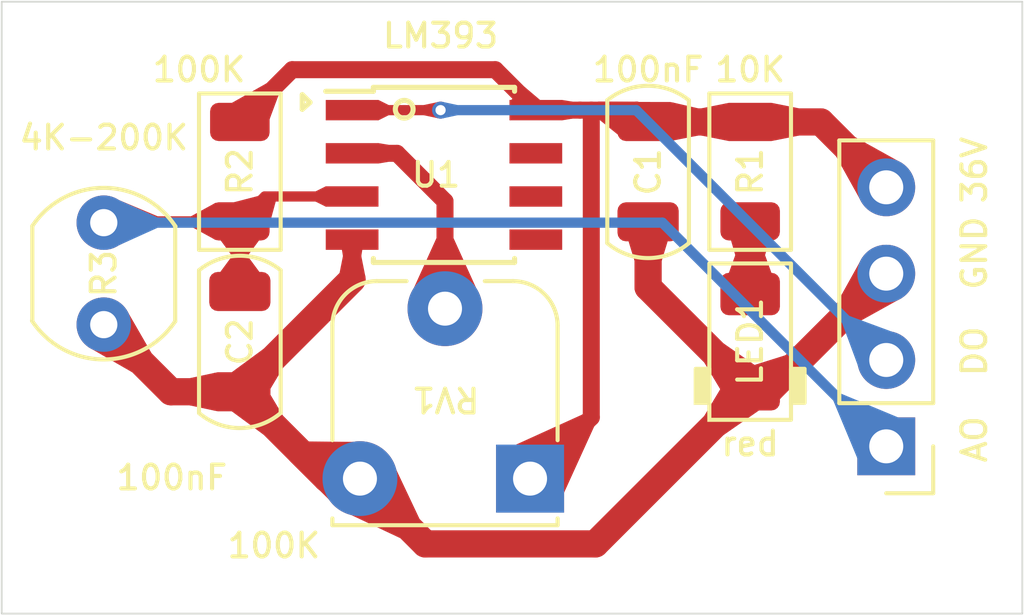
<source format=kicad_pcb>
(kicad_pcb (version 20241229) (generator "pcbnew") (generator_version "9.0")
  (layers (0 "F.Cu" signal) (2 "B.Cu" signal) (13 "F.Paste" user) (15 "B.Paste" user) (5 "F.SilkS" user "F.Silkscreen") (7 "B.SilkS" user "B.Silkscreen") (1 "F.Mask" user) (3 "B.Mask" user) (25 "Edge.Cuts" user))
  (net 0 "")
  (net 1 "GND")
  (net 2 "/AO")
  (net 3 "/DO")
  (net 4 "Net-(LED1-A)")
  (net 5 "Net-(U1A--)")
  (net 9 "+36V")
  (footprint "PCM_Resistor_SMD_AKL:R_1206_3216Metric" (layer "F.Cu") (at 88 68 -90)
    (property "Reference" "R2" (at 0 0 90) (layer "F.SilkS") (effects (font (size 0.7 0.7) (thickness 0.12))))
    (property "Value" "100K" (at -3 1.2 180) (layer "F.SilkS") (effects (font (size 0.7 0.7) (thickness 0.12))))
    (fp_line (start -2.3 1.2) (end 2.3 1.2) (stroke (width 0.12)) (layer "F.SilkS"))
    (fp_line (start 2.3 1.2) (end 2.3 -1.2) (stroke (width 0.12)) (layer "F.SilkS"))
    (fp_line (start -2.3 -1.2) (end -2.3 1.2) (stroke (width 0.12)) (layer "F.SilkS"))
    (fp_line (start 2.3 -1.2) (end -2.3 -1.2) (stroke (width 0.12)) (layer "F.SilkS"))
    (pad "1" smd roundrect (at -1.4625 0 270) (size 1.125 1.75) (layers "F.Cu" "F.Mask" "F.Paste") (roundrect_rratio 0.222222) (net 9 "+36V"))
    (pad "2" smd roundrect (at 1.4625 0 270) (size 1.125 1.75) (layers "F.Cu" "F.Mask" "F.Paste") (roundrect_rratio 0.222222) (net 2 "/AO"))
  )
  (footprint "PCM_Capacitor_SMD_AKL:C_1206_3216Metric" (layer "F.Cu") (at 100 68 -90)
    (property "Reference" "C1" (at 0.007668 0 90) (layer "F.SilkS") (effects (font (size 0.7 0.7) (thickness 0.12))))
    (property "Value" "100nF" (at -3 0 180) (layer "F.SilkS") (effects (font (size 0.7 0.7) (thickness 0.12))))
    (fp_line (start -2.1 1.2) (end 2.1 1.2) (stroke (width 0.12)) (layer "F.SilkS"))
    (fp_line (start 2.1 -1.2) (end -2.1 -1.2) (stroke (width 0.12)) (layer "F.SilkS"))
    (fp_arc (start -2.1 1.2) (mid -2.526625 0) (end -2.1 -1.2) (stroke (width 0.12)) (layer "F.SilkS"))
    (fp_arc (start 2.1 -1.2) (mid 2.541962 0) (end 2.1 1.2) (stroke (width 0.12)) (layer "F.SilkS"))
    (pad "1" smd roundrect (at -1.475 0 270) (size 1.15 1.8) (layers "F.Cu" "F.Mask" "F.Paste") (roundrect_rratio 0.217391) (net 9 "+36V"))
    (pad "2" smd roundrect (at 1.475 0 270) (size 1.15 1.8) (layers "F.Cu" "F.Mask" "F.Paste") (roundrect_rratio 0.217391) (net 1 "GND"))
  )
  (footprint "PCM_Capacitor_SMD_AKL:C_1206_3216Metric" (layer "F.Cu") (at 88 73 -90)
    (property "Reference" "C2" (at 0.007668 0 90) (layer "F.SilkS") (effects (font (size 0.7 0.7) (thickness 0.12))))
    (property "Value" "100nF" (at 4 2 180) (layer "F.SilkS") (effects (font (size 0.7 0.7) (thickness 0.12))))
    (fp_line (start -2.1 1.2) (end 2.1 1.2) (stroke (width 0.12)) (layer "F.SilkS"))
    (fp_line (start 2.1 -1.2) (end -2.1 -1.2) (stroke (width 0.12)) (layer "F.SilkS"))
    (fp_arc (start -2.1 1.2) (mid -2.526625 0) (end -2.1 -1.2) (stroke (width 0.12)) (layer "F.SilkS"))
    (fp_arc (start 2.1 -1.2) (mid 2.541962 0) (end 2.1 1.2) (stroke (width 0.12)) (layer "F.SilkS"))
    (pad "1" smd roundrect (at -1.475 0 270) (size 1.15 1.8) (layers "F.Cu" "F.Mask" "F.Paste") (roundrect_rratio 0.217391) (net 2 "/AO"))
    (pad "2" smd roundrect (at 1.475 0 270) (size 1.15 1.8) (layers "F.Cu" "F.Mask" "F.Paste") (roundrect_rratio 0.217391) (net 1 "GND"))
  )
  (footprint "PCM_4ms_Package_SOIC:SOIC-8_3.9x4.9mm_Pitch1.27mm" (layer "F.Cu") (at 94 68.095)
    (property "Reference" "U1" (at -0.2328 0 0) (layer "F.SilkS") (effects (font (size 0.7 0.7) (thickness 0.12))))
    (property "Value" "LM393" (at -0.1 -4.095 0) (layer "F.SilkS") (effects (font (size 0.7 0.7) (thickness 0.12))))
    (fp_line (start -4.1656 -2.3622) (end -3.937 -2.1336) (stroke (width 0.15)) (layer "F.SilkS"))
    (fp_line (start -4.1656 -1.9304) (end -4.1656 -2.3368) (stroke (width 0.15)) (layer "F.SilkS"))
    (fp_line (start -3.937 -2.1336) (end -4.1656 -1.9304) (stroke (width 0.15)) (layer "F.SilkS"))
    (fp_line (start -2.075 -2.575) (end -2.075 -2.46) (stroke (width 0.15)) (layer "F.SilkS"))
    (fp_line (start -2.075 -2.575) (end 2.075 -2.575) (stroke (width 0.15)) (layer "F.SilkS"))
    (fp_line (start -2.075 -2.46) (end -3.475 -2.46) (stroke (width 0.15)) (layer "F.SilkS"))
    (fp_line (start -2.075 2.575) (end -2.075 2.46) (stroke (width 0.15)) (layer "F.SilkS"))
    (fp_line (start -2.075 2.575) (end 2.075 2.575) (stroke (width 0.15)) (layer "F.SilkS"))
    (fp_line (start 2.075 -2.575) (end 2.075 -2.46) (stroke (width 0.15)) (layer "F.SilkS"))
    (fp_line (start 2.075 2.575) (end 2.075 2.46) (stroke (width 0.15)) (layer "F.SilkS"))
    (fp_circle (center -1.1684 -1.9304) (end -0.9398 -1.8034) (stroke (width 0.15)) (fill no) (layer "F.SilkS"))
    (pad "1" smd rect (at -2.7 -1.905) (size 1.55 0.6) (layers "F.Cu" "F.Mask" "F.Paste") (net 3 "/DO"))
    (pad "2" smd rect (at -2.7 -0.635) (size 1.55 0.6) (layers "F.Cu" "F.Mask" "F.Paste") (net 5 "Net-(U1A--)"))
    (pad "3" smd rect (at -2.7 0.635) (size 1.55 0.6) (layers "F.Cu" "F.Mask" "F.Paste") (net 2 "/AO"))
    (pad "4" smd rect (at -2.7 1.905) (size 1.55 0.6) (layers "F.Cu" "F.Mask" "F.Paste") (net 1 "GND"))
    (pad "5" smd rect (at 2.7 1.905) (size 1.55 0.6) (layers "F.Cu" "F.Mask" "F.Paste"))
    (pad "6" smd rect (at 2.7 0.635) (size 1.55 0.6) (layers "F.Cu" "F.Mask" "F.Paste"))
    (pad "7" smd rect (at 2.7 -0.635) (size 1.55 0.6) (layers "F.Cu" "F.Mask" "F.Paste"))
    (pad "8" smd rect (at 2.7 -1.905) (size 1.55 0.6) (layers "F.Cu" "F.Mask" "F.Paste") (net 9 "+36V"))
  )
  (footprint "PCM_Resistor_SMD_AKL:R_1206_3216Metric" (layer "F.Cu") (at 103 68 -90)
    (property "Reference" "R1" (at 0 0 90) (layer "F.SilkS") (effects (font (size 0.7 0.7) (thickness 0.12))))
    (property "Value" "10K" (at -3 0 180) (layer "F.SilkS") (effects (font (size 0.7 0.7) (thickness 0.12))))
    (fp_line (start -2.3 1.2) (end 2.3 1.2) (stroke (width 0.12)) (layer "F.SilkS"))
    (fp_line (start 2.3 1.2) (end 2.3 -1.2) (stroke (width 0.12)) (layer "F.SilkS"))
    (fp_line (start -2.3 -1.2) (end -2.3 1.2) (stroke (width 0.12)) (layer "F.SilkS"))
    (fp_line (start 2.3 -1.2) (end -2.3 -1.2) (stroke (width 0.12)) (layer "F.SilkS"))
    (pad "1" smd roundrect (at -1.4625 0 270) (size 1.125 1.75) (layers "F.Cu" "F.Mask" "F.Paste") (roundrect_rratio 0.222222) (net 9 "+36V"))
    (pad "2" smd roundrect (at 1.4625 0 270) (size 1.125 1.75) (layers "F.Cu" "F.Mask" "F.Paste") (roundrect_rratio 0.222222) (net 4 "Net-(LED1-A)"))
  )
  (footprint "Connector_PinHeader_2.54mm:PinHeader_1x04_P2.54mm_Vertical" (layer "F.Cu") (at 107 76.08 180)
    (property "Reference" "J1" (hide yes))
    (property "Value" "Conn_01x04" (hide yes))
    (fp_line (start 1.38 1.27) (end 1.38 9) (stroke (width 0.12)) (layer "F.SilkS"))
    (fp_line (start -1.38 9) (end 1.38 9) (stroke (width 0.12)) (layer "F.SilkS"))
    (fp_line (start -1.38 1.27) (end 1.38 1.27) (stroke (width 0.12)) (layer "F.SilkS"))
    (fp_line (start -1.38 1.27) (end -1.38 9) (stroke (width 0.12)) (layer "F.SilkS"))
    (fp_line (start -1.38 0) (end -1.38 -1.38) (stroke (width 0.12)) (layer "F.SilkS"))
    (fp_line (start -1.38 -1.38) (end 0 -1.38) (stroke (width 0.12)) (layer "F.SilkS"))
    (pad "1" thru_hole rect (at 0 0 180) (size 1.7 1.7) (drill 1) (layers "*.Cu" "*.Mask") (net 2 "/AO"))
    (pad "2" thru_hole circle (at 0 2.54 180) (size 1.7 1.7) (drill 1) (layers "*.Cu" "*.Mask") (net 3 "/DO"))
    (pad "3" thru_hole circle (at 0 5.08 180) (size 1.7 1.7) (drill 1) (layers "*.Cu" "*.Mask") (net 1 "GND"))
    (pad "4" thru_hole circle (at 0 7.62 180) (size 1.7 1.7) (drill 1) (layers "*.Cu" "*.Mask") (net 9 "+36V"))
  )
  (footprint "OptoDevice:R_LDR_5.0x4.1mm_P3mm_Vertical" (layer "F.Cu") (at 84 69.5 -90)
    (property "Reference" "R3" (at 1.5 0 90) (layer "F.SilkS") (effects (font (size 0.7 0.7) (thickness 0.12))))
    (property "Value" "4K-200K" (at -2.5 0 180) (layer "F.SilkS") (effects (font (size 0.7 0.7) (thickness 0.12))))
    (fp_line (start 0.1 2.1) (end 2.9 2.1) (stroke (width 0.12)) (layer "F.SilkS"))
    (fp_line (start 0.1 -2.1) (end 2.9 -2.1) (stroke (width 0.12)) (layer "F.SilkS"))
    (fp_arc (start 0.1 2.1) (mid -1.023872 -0.008372) (end 0.113963 -2.109242) (stroke (width 0.12)) (layer "F.SilkS"))
    (fp_arc (start 2.9 -2.1) (mid 4.023872 0.008372) (end 2.886037 2.109242) (stroke (width 0.12)) (layer "F.SilkS"))
    (pad "1" thru_hole circle (at 0 0 270) (size 1.6 1.6) (drill 0.8) (layers "*.Cu" "*.Mask") (net 2 "/AO"))
    (pad "2" thru_hole circle (at 3 0 270) (size 1.6 1.6) (drill 0.8) (layers "*.Cu" "*.Mask") (net 1 "GND"))
  )
  (footprint "PCM_SL_Devices:Potentiometer_RM065" (layer "F.Cu") (at 94 75 180)
    (property "Reference" "RV1" (at -0.05 0.3 180) (layer "F.SilkS") (effects (font (size 0.7 0.7) (thickness 0.12))))
    (property "Value" "100K" (at 5 -4 0) (layer "F.SilkS") (effects (font (size 0.7 0.7) (thickness 0.12))))
    (fp_line (start 3.28 -0.9) (end 3.28 2.47) (stroke (width 0.12)) (layer "F.SilkS"))
    (fp_line (start 3.28 -3.4) (end 3.28 -3.2) (stroke (width 0.12)) (layer "F.SilkS"))
    (fp_line (start 1.97 3.78) (end 1.1 3.78) (stroke (width 0.12)) (layer "F.SilkS"))
    (fp_line (start -1.2 3.78) (end -2.03 3.78) (stroke (width 0.12)) (layer "F.SilkS"))
    (fp_line (start -3.34 2.47) (end -3.34 -0.9) (stroke (width 0.12)) (layer "F.SilkS"))
    (fp_line (start -3.34 -3.4) (end 3.28 -3.4) (stroke (width 0.12)) (layer "F.SilkS"))
    (fp_line (start -3.34 -3.4) (end -3.34 -3.2) (stroke (width 0.12)) (layer "F.SilkS"))
    (fp_arc (start 3.28 2.47) (mid 2.89631 3.39631) (end 1.97 3.78) (stroke (width 0.12)) (layer "F.SilkS"))
    (fp_arc (start -2.03 3.78) (mid -2.95631 3.39631) (end -3.34 2.47) (stroke (width 0.12)) (layer "F.SilkS"))
    (pad "1" thru_hole rect (at -2.53 -2.03 180) (size 2 2) (drill 1) (layers "*.Cu" "*.Mask") (net 9 "+36V"))
    (pad "2" thru_hole circle (at -0.03 2.97 180) (size 2.2 2.2) (drill 1) (layers "*.Cu" "*.Mask") (net 5 "Net-(U1A--)"))
    (pad "3" thru_hole circle (at 2.47 -2.03 180) (size 2.2 2.2) (drill 1) (layers "*.Cu" "*.Mask") (net 1 "GND"))
  )
  (footprint "PCM_LED_SMD_AKL:LED_1206_3216Metric" (layer "F.Cu") (at 103 73 90)
    (property "Reference" "LED1" (at 0 0 90) (layer "F.SilkS") (effects (font (size 0.7 0.7) (thickness 0.12))))
    (property "Value" "red" (at -3 0 180) (layer "F.SilkS") (effects (font (size 0.7 0.7) (thickness 0.12))))
    (fp_rect (start -1.8 -1.6) (end -0.8 -1.2) (stroke (width 0.12)) (fill yes) (layer "F.SilkS"))
    (fp_rect (start -2.3 -1.2) (end 2.3 1.2) (stroke (width 0.12)) (fill no) (layer "F.SilkS"))
    (fp_rect (start -1.8 1.2) (end -0.8 1.6) (stroke (width 0.12)) (fill yes) (layer "F.SilkS"))
    (pad "1" smd roundrect (at -1.4 0 90) (size 1.25 1.75) (layers "F.Cu" "F.Mask" "F.Paste") (roundrect_rratio 0.2) (net 1 "GND"))
    (pad "2" smd roundrect (at 1.4 0 90) (size 1.25 1.75) (layers "F.Cu" "F.Mask" "F.Paste") (roundrect_rratio 0.2) (net 4 "Net-(LED1-A)"))
  )
  (gr_rect (start 81 63) (end 111 81) (stroke (width 0.05)) (fill no) (layer "Edge.Cuts"))
  (gr_text "36V\n" (at 110 69 90) (layer "F.SilkS") (effects (font (size 0.7 0.7) (thickness 0.12) (bold yes)) (justify left bottom)))
  (gr_text "GND\n" (at 110 71.54 90) (layer "F.SilkS") (effects (font (size 0.7 0.7) (thickness 0.12) (bold yes)) (justify left bottom)))
  (gr_text "AO" (at 110 76.62 90) (layer "F.SilkS") (effects (font (size 0.7 0.7) (thickness 0.12) (bold yes)) (justify left bottom)))
  (gr_text "DO" (at 110 74.08 90) (layer "F.SilkS") (effects (font (size 0.7 0.7) (thickness 0.12) (bold yes)) (justify left bottom)))
  (segment (start 100 69.475) (end 100 71.4) (width 0.8) (layer "F.Cu") (net 1))
  (segment (start 91.53 77.03) (end 93.45 78.95) (width 0.8) (layer "F.Cu") (net 1))
  (segment (start 93.45 78.95) (end 98.45 78.95) (width 0.8) (layer "F.Cu") (net 1))
  (segment (start 91.3 71.175) (end 91.3 70) (width 0.5) (layer "F.Cu") (net 1))
  (segment (start 85.975 74.475) (end 84 72.5) (width 0.8) (layer "F.Cu") (net 1))
  (segment (start 100 71.4) (end 103 74.4) (width 0.8) (layer "F.Cu") (net 1))
  (segment (start 98.45 78.95) (end 103 74.4) (width 0.8) (layer "F.Cu") (net 1))
  (segment (start 103 74.4) (end 103.6 74.4) (width 0.8) (layer "F.Cu") (net 1))
  (segment (start 90.555 77.03) (end 88 74.475) (width 0.8) (layer "F.Cu") (net 1))
  (segment (start 91.53 77.03) (end 90.555 77.03) (width 0.8) (layer "F.Cu") (net 1))
  (segment (start 88 74.475) (end 85.975 74.475) (width 0.8) (layer "F.Cu") (net 1))
  (segment (start 103.6 74.4) (end 107 71) (width 0.8) (layer "F.Cu") (net 1))
  (segment (start 91.3 71.175) (end 88 74.475) (width 0.8) (layer "F.Cu") (net 1))
  (segment (start 84.0375 69.4625) (end 84 69.5) (width 0.3) (layer "F.Cu") (net 2))
  (segment (start 88 69.4625) (end 88.7325 68.73) (width 0.3) (layer "F.Cu") (net 2))
  (segment (start 88.7325 68.73) (end 91.3 68.73) (width 0.3) (layer "F.Cu") (net 2))
  (segment (start 88 69.4625) (end 88 71.525) (width 0.3) (layer "F.Cu") (net 2))
  (segment (start 88 69.4625) (end 84.0375 69.4625) (width 0.3) (layer "F.Cu") (net 2))
  (segment (start 84 69.5) (end 100.42 69.5) (width 0.3) (layer "B.Cu") (net 2))
  (segment (start 100.42 69.5) (end 107 76.08) (width 0.3) (layer "B.Cu") (net 2))
  (segment (start 91.3 66.19) (end 93.9 66.19) (width 0.3) (layer "F.Cu") (net 3))
  (via (at 93.9 66.19) (size 0.5) (drill 0.3) (layers "F.Cu" "B.Cu") (net 3))
  (segment (start 99.65 66.19) (end 107 73.54) (width 0.3) (layer "B.Cu") (net 3))
  (segment (start 93.9 66.19) (end 99.65 66.19) (width 0.3) (layer "B.Cu") (net 3))
  (segment (start 103 71.6) (end 103 69.4625) (width 0.8) (layer "F.Cu") (net 4))
  (segment (start 91.3 67.46) (end 92.6175 67.46) (width 0.5) (layer "F.Cu") (net 5))
  (segment (start 94.03 68.8725) (end 94.03 72.03) (width 0.5) (layer "F.Cu") (net 5))
  (segment (start 92.6175 67.46) (end 94.03 68.8725) (width 0.5) (layer "F.Cu") (net 5))
  (segment (start 98 66.19) (end 99.665 66.19) (width 0.5) (layer "F.Cu") (net 9))
  (segment (start 89.5375 65) (end 95.51 65) (width 0.5) (layer "F.Cu") (net 9))
  (segment (start 88 66.5375) (end 89.5375 65) (width 0.5) (layer "F.Cu") (net 9))
  (segment (start 100.0125 66.5375) (end 100 66.525) (width 0.8) (layer "F.Cu") (net 9))
  (segment (start 96.7 66.19) (end 98 66.19) (width 0.5) (layer "F.Cu") (net 9))
  (segment (start 98.33 75.23) (end 96.53 77.03) (width 0.5) (layer "F.Cu") (net 9))
  (segment (start 103 66.5375) (end 100.0125 66.5375) (width 0.8) (layer "F.Cu") (net 9))
  (segment (start 99.665 66.19) (end 100 66.525) (width 0.5) (layer "F.Cu") (net 9))
  (segment (start 98.33 66.19) (end 98.33 75.23) (width 0.5) (layer "F.Cu") (net 9))
  (segment (start 95.51 65) (end 96.7 66.19) (width 0.5) (layer "F.Cu") (net 9))
  (segment (start 103 66.5375) (end 105.0775 66.5375) (width 0.8) (layer "F.Cu") (net 9))
  (segment (start 105.0775 66.5375) (end 107 68.46) (width 0.8) (layer "F.Cu") (net 9))
)
</source>
